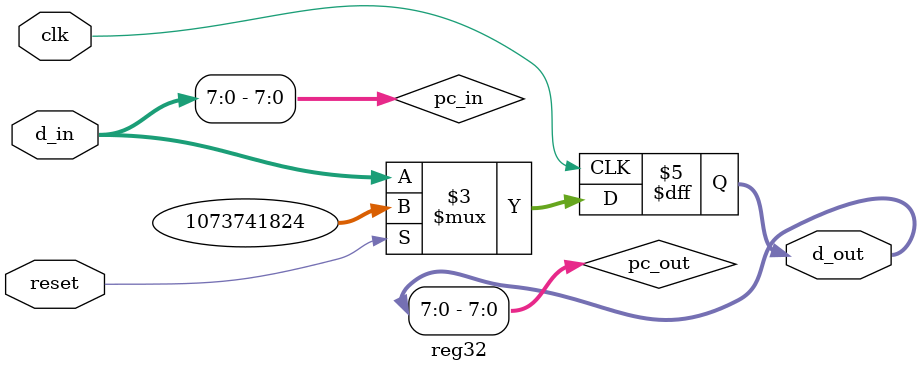
<source format=v>

module reg32 (clk, reset, d_in, d_out);
    input       	clk, reset;
    input	[31:0]	d_in;
    output 	[31:0] 	d_out;
    reg 	[31:0]	 d_out;
    
    wire [7:0] pc_in = d_in;
    wire [7:0] pc_out = d_out;
   
    always @(posedge clk)
    begin
        if (reset) d_out <= 32'h40000000;
        else d_out <= d_in;
    end

endmodule
	

</source>
